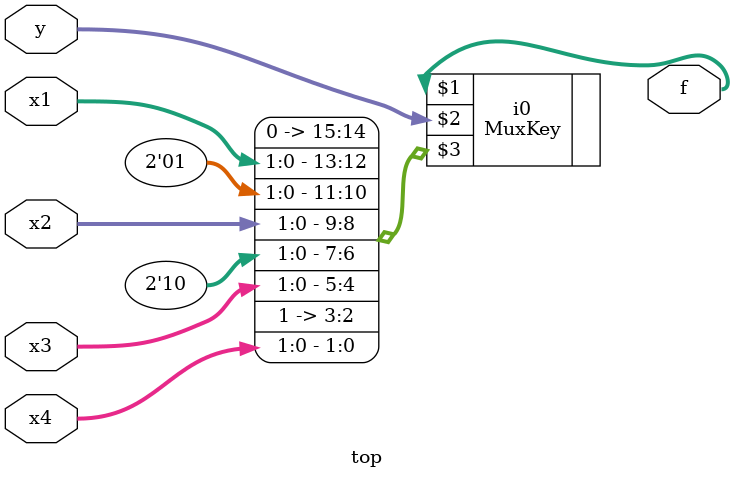
<source format=v>
module top(x1,x2,x3,x4,y,f);
  input   [1:0] x1,x2,x3,x4,y;
  output  [1:0] f;
  MuxKey #(4, 2, 2) i0 (f, y, {
    2'b00, x1,
    2'b01, x2,
    2'b10, x3,
    2'b11, x4
  });
endmodule

</source>
